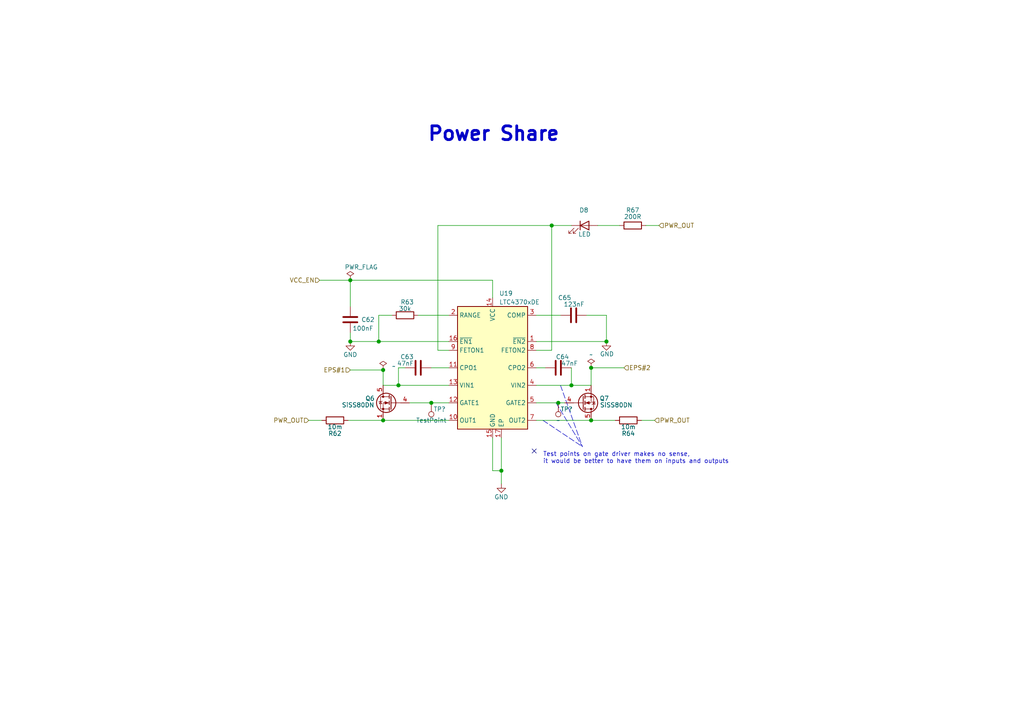
<source format=kicad_sch>
(kicad_sch (version 20211123) (generator eeschema)
  (paper "A4")
  (lib_symbols
    (symbol "Connector:TestPoint" (pin_numbers hide) (pin_names (offset 0.762) hide)
      (property "Reference" "TP" (at 0 6.858 0))
      (property "Value" "TestPoint" (at 0 5.08 0))
      (symbol "TestPoint_0_1"
        (circle (center 0 3.302) (radius 0.762))
      )
      (symbol "TestPoint_1_1"
        (pin passive line (at 0 0 90) (length 2.54) (name "1") (number "1"))
      )
    )
    (symbol "Device:C" (pin_numbers hide) (pin_names (offset 0.254))
      (property "Reference" "C" (at 0.635 2.54 0))
      (property "Value" "C" (at 0.635 -2.54 0))
      (symbol "C_0_1"
        (polyline (pts (xy -2.032 -0.762) (xy 2.032 -0.762)) (stroke (width 0.508)))
        (polyline (pts (xy -2.032 0.762) (xy 2.032 0.762)) (stroke (width 0.508)))
      )
      (symbol "C_1_1"
        (pin passive line (at 0 3.81 270) (length 2.794) (name "~") (number "1"))
        (pin passive line (at 0 -3.81 90) (length 2.794) (name "~") (number "2"))
      )
    )
    (symbol "Device:LED" (pin_numbers hide) (pin_names (offset 1.016) hide)
      (property "Reference" "D" (at 0 2.54 0))
      (property "Value" "LED" (at 0 -2.54 0))
      (symbol "LED_0_1"
        (polyline (pts (xy -1.27 -1.27) (xy -1.27 1.27)) (stroke (width 0.254)))
        (polyline (pts (xy -1.27 0) (xy 1.27 0)))
        (polyline (pts (xy 1.27 -1.27) (xy 1.27 1.27) (xy -1.27 0) (xy 1.27 -1.27)) (stroke (width 0.254)))
        (polyline (pts (xy -3.048 -0.762) (xy -4.572 -2.286) (xy -3.81 -2.286) (xy -4.572 -2.286) (xy -4.572 -1.524)))
        (polyline (pts (xy -1.778 -0.762) (xy -3.302 -2.286) (xy -2.54 -2.286) (xy -3.302 -2.286) (xy -3.302 -1.524)))
      )
      (symbol "LED_1_1"
        (pin passive line (at -3.81 0 0) (length 2.54) (name "K") (number "1"))
        (pin passive line (at 3.81 0 180) (length 2.54) (name "A") (number "2"))
      )
    )
    (symbol "Device:R" (pin_numbers hide) (pin_names (offset 0))
      (property "Reference" "R" (at 2.032 0 90))
      (property "Value" "R" (at 0 0 90))
      (symbol "R_0_1"
        (rectangle (start -1.016 -2.54) (end 1.016 2.54) (stroke (width 0.254)))
      )
      (symbol "R_1_1"
        (pin passive line (at 0 3.81 270) (length 1.27) (name "~") (number "1"))
        (pin passive line (at 0 -3.81 90) (length 1.27) (name "~") (number "2"))
      )
    )
    (symbol "Power_Management:LTC4370xDE"
      (property "Reference" "U" (at -8.89 19.05 0))
      (property "Value" "LTC4370xDE" (at 7.62 19.05 0))
      (symbol "LTC4370xDE_0_1"
        (rectangle (start -10.16 17.78) (end 10.16 -17.78) (stroke (width 0.254)) (fill (type background)))
      )
      (symbol "LTC4370xDE_1_1"
        (pin input line (at 12.7 7.62 180) (length 2.54) (name "~{EN2}") (number "1"))
        (pin input line (at -12.7 -15.24 0) (length 2.54) (name "OUT1") (number "10"))
        (pin passive line (at -12.7 0 0) (length 2.54) (name "CPO1") (number "11"))
        (pin output line (at -12.7 -10.16 0) (length 2.54) (name "GATE1") (number "12"))
        (pin power_in line (at -12.7 -5.08 0) (length 2.54) (name "VIN1") (number "13"))
        (pin power_in line (at 0 20.32 270) (length 2.54) (name "VCC") (number "14"))
        (pin power_in line (at 0 -20.32 90) (length 2.54) (name "GND") (number "15"))
        (pin input line (at -12.7 7.62 0) (length 2.54) (name "~{EN1}") (number "16"))
        (pin passive line (at 2.54 -20.32 90) (length 2.54) (name "EP") (number "17"))
        (pin passive line (at -12.7 15.24 0) (length 2.54) (name "RANGE") (number "2"))
        (pin passive line (at 12.7 15.24 180) (length 2.54) (name "COMP") (number "3"))
        (pin power_in line (at 12.7 -5.08 180) (length 2.54) (name "VIN2") (number "4"))
        (pin output line (at 12.7 -10.16 180) (length 2.54) (name "GATE2") (number "5"))
        (pin passive line (at 12.7 0 180) (length 2.54) (name "CPO2") (number "6"))
        (pin input line (at 12.7 -15.24 180) (length 2.54) (name "OUT2") (number "7"))
        (pin open_collector line (at 12.7 5.08 180) (length 2.54) (name "FETON2") (number "8"))
        (pin open_collector line (at -12.7 5.08 0) (length 2.54) (name "FETON1") (number "9"))
      )
    )
    (symbol "Transistor_FET:SiS454DN" (pin_names hide)
      (property "Reference" "Q" (at 5.08 1.905 0))
      (property "Value" "SiS454DN" (at 5.08 0 0))
      (symbol "SiS454DN_0_1"
        (polyline (pts (xy 0.254 0) (xy -2.54 0)))
        (polyline (pts (xy 0.254 1.905) (xy 0.254 -1.905)) (stroke (width 0.254)))
        (polyline (pts (xy 0.762 -1.27) (xy 0.762 -2.286)) (stroke (width 0.254)))
        (polyline (pts (xy 0.762 0.508) (xy 0.762 -0.508)) (stroke (width 0.254)))
        (polyline (pts (xy 0.762 2.286) (xy 0.762 1.27)) (stroke (width 0.254)))
        (polyline (pts (xy 2.54 2.54) (xy 2.54 1.778)))
        (polyline (pts (xy 2.54 -2.54) (xy 2.54 0) (xy 0.762 0)))
        (polyline (pts (xy 0.762 -1.778) (xy 3.302 -1.778) (xy 3.302 1.778) (xy 0.762 1.778)))
        (polyline (pts (xy 1.016 0) (xy 2.032 0.381) (xy 2.032 -0.381) (xy 1.016 0)) (fill (type outline)))
        (polyline (pts (xy 2.794 0.508) (xy 2.921 0.381) (xy 3.683 0.381) (xy 3.81 0.254)))
        (polyline (pts (xy 3.302 0.381) (xy 2.921 -0.254) (xy 3.683 -0.254) (xy 3.302 0.381)))
        (circle (center 1.651 0) (radius 2.794) (stroke (width 0.254)))
        (circle (center 2.54 -1.778) (radius 0.254) (fill (type outline)))
        (circle (center 2.54 1.778) (radius 0.254) (fill (type outline)))
      )
      (symbol "SiS454DN_1_1"
        (pin passive line (at 2.54 -5.08 90) (length 2.54) (name "S") (number "1"))
        (pin passive line (at 2.54 -5.08 90) (length 2.54) hide (name "S") (number "2"))
        (pin passive line (at 2.54 -5.08 90) (length 2.54) hide (name "S") (number "3"))
        (pin input line (at -5.08 0 0) (length 2.54) (name "G") (number "4"))
        (pin passive line (at 2.54 5.08 270) (length 2.54) (name "D") (number "5"))
      )
    )
    (symbol "power:GND" (power) (pin_names (offset 0))
      (property "Value" "GND" (at 0 -3.81 0))
      (symbol "GND_0_1"
        (polyline (pts (xy 0 0) (xy 0 -1.27) (xy 1.27 -1.27) (xy 0 -2.54) (xy -1.27 -1.27) (xy 0 -1.27)))
      )
      (symbol "GND_1_1"
        (pin power_in line (at 0 0 270) (length 0) hide (name "GND") (number "1"))
      )
    )
    (symbol "power:PWR_FLAG" (power) (pin_numbers hide) (pin_names (offset 0) hide)
      (property "Value" "PWR_FLAG" (at 0 3.81 0))
      (symbol "PWR_FLAG_0_0"
        (pin power_out line (at 0 0 90) (length 0) (name "pwr") (number "1"))
      )
      (symbol "PWR_FLAG_0_1"
        (polyline (pts (xy 0 0) (xy 0 1.27) (xy -1.016 1.905) (xy 0 2.54) (xy 1.016 1.905) (xy 0 1.27)))
      )
    )
  )
  (junction (at 101.6 99.06) (diameter 1.016))
  (junction (at 111.125 121.92) (diameter 1.016))
  (junction (at 115.57 111.76) (diameter 1.016))
  (junction (at 111.125 107.315) (diameter 1.016))
  (junction (at 109.855 99.06) (diameter 1.016))
  (junction (at 171.45 106.68) (diameter 1.016))
  (junction (at 101.6 81.28) (diameter 1.016))
  (junction (at 145.415 136.525) (diameter 1.016))
  (junction (at 125.095 116.84) (diameter 1.016))
  (junction (at 175.895 99.06) (diameter 1.016))
  (junction (at 161.925 116.84) (diameter 1.016))
  (junction (at 165.735 111.76) (diameter 1.016))
  (junction (at 160.02 65.405) (diameter 1.016))
  (junction (at 171.45 121.92) (diameter 1.016))
  (no_connect (at 154.94 130.81))
  (wire (pts (xy 101.6 96.52) (xy 101.6 99.06)))
  (wire (pts (xy 155.575 106.68) (xy 158.115 106.68)))
  (wire (pts (xy 165.735 106.68) (xy 165.735 111.76)))
  (wire (pts (xy 145.415 127) (xy 145.415 136.525)))
  (wire (pts (xy 145.415 136.525) (xy 145.415 140.335)))
  (wire (pts (xy 142.875 127) (xy 142.875 136.525)))
  (wire (pts (xy 115.57 106.68) (xy 115.57 111.76)))
  (wire (pts (xy 127 101.6) (xy 127 65.405)))
  (wire (pts (xy 130.175 101.6) (xy 127 101.6)))
  (wire (pts (xy 100.965 121.92) (xy 111.125 121.92)))
  (wire (pts (xy 111.125 121.92) (xy 130.175 121.92)))
  (wire (pts (xy 155.575 91.44) (xy 162.56 91.44)))
  (wire (pts (xy 173.355 65.405) (xy 179.705 65.405)))
  (wire (pts (xy 125.095 106.68) (xy 130.175 106.68)))
  (wire (pts (xy 101.6 81.28) (xy 142.875 81.28)))
  (wire (pts (xy 101.6 88.9) (xy 101.6 81.28)))
  (wire (pts (xy 186.055 121.92) (xy 189.865 121.92)))
  (wire (pts (xy 165.735 65.405) (xy 160.02 65.405)))
  (wire (pts (xy 121.285 91.44) (xy 130.175 91.44)))
  (polyline (pts (xy 162.56 111.76) (xy 168.91 129.54)))
  (wire (pts (xy 180.975 106.68) (xy 171.45 106.68)))
  (wire (pts (xy 101.6 99.06) (xy 109.855 99.06)))
  (wire (pts (xy 142.875 136.525) (xy 145.415 136.525)))
  (wire (pts (xy 109.855 91.44) (xy 109.855 99.06)))
  (wire (pts (xy 109.855 99.06) (xy 130.175 99.06)))
  (wire (pts (xy 113.665 91.44) (xy 109.855 91.44)))
  (wire (pts (xy 187.325 65.405) (xy 191.135 65.405)))
  (wire (pts (xy 111.125 107.315) (xy 111.125 111.76)))
  (wire (pts (xy 142.875 86.36) (xy 142.875 81.28)))
  (wire (pts (xy 155.575 99.06) (xy 175.895 99.06)))
  (wire (pts (xy 117.475 106.68) (xy 115.57 106.68)))
  (wire (pts (xy 118.745 116.84) (xy 125.095 116.84)))
  (wire (pts (xy 125.095 116.84) (xy 130.175 116.84)))
  (wire (pts (xy 170.18 91.44) (xy 175.895 91.44)))
  (wire (pts (xy 175.895 91.44) (xy 175.895 99.06)))
  (wire (pts (xy 101.6 107.315) (xy 111.125 107.315)))
  (wire (pts (xy 93.345 121.92) (xy 89.535 121.92)))
  (wire (pts (xy 111.125 111.76) (xy 115.57 111.76)))
  (wire (pts (xy 115.57 111.76) (xy 130.175 111.76)))
  (wire (pts (xy 155.575 101.6) (xy 160.02 101.6)))
  (wire (pts (xy 160.02 65.405) (xy 127 65.405)))
  (wire (pts (xy 160.02 101.6) (xy 160.02 65.405)))
  (wire (pts (xy 155.575 111.76) (xy 165.735 111.76)))
  (wire (pts (xy 165.735 111.76) (xy 171.45 111.76)))
  (wire (pts (xy 92.71 81.28) (xy 101.6 81.28)))
  (polyline (pts (xy 157.48 121.92) (xy 168.91 129.54)))
  (wire (pts (xy 171.45 106.68) (xy 171.45 111.76)))
  (wire (pts (xy 155.575 116.84) (xy 161.925 116.84)))
  (wire (pts (xy 161.925 116.84) (xy 163.83 116.84)))
  (polyline (pts (xy 161.29 116.84) (xy 168.91 129.54)))
  (wire (pts (xy 155.575 121.92) (xy 171.45 121.92)))
  (wire (pts (xy 171.45 121.92) (xy 178.435 121.92)))
  (text "Test points on gate driver makes no sense,\nit would be better to have them on inputs and outputs" (at 157.48 134.62 0) (effects (font (size 1.27 1.27)) (justify left bottom)))
  (text "Power Share" (at 123.825 41.275 0) (effects (font (size 4 4) (thickness 0.8) bold) (justify left bottom)))
  (hierarchical_label "VCC_EN" (shape input) (at 92.71 81.28 180))
  (hierarchical_label "PWR_OUT" (shape input) (at 89.535 121.92 180))
  (hierarchical_label "PWR_OUT" (shape input) (at 189.865 121.92 0))
  (hierarchical_label "PWR_OUT" (shape input) (at 191.135 65.405 0))
  (hierarchical_label "EPS#2" (shape input) (at 180.975 106.68 0))
  (hierarchical_label "EPS#1" (shape input) (at 101.6 107.315 180))
  (symbol (lib_id "Transistor_FET:SiS454DN") (at 113.665 116.84 0) (mirror y)
    (property "Reference" "Q6" (at 107.315 115.57 0))
    (property "Value" "SiSS80DN" (at 108.585 117.475 0) (effects (justify left)))
    (property "Footprint" "Package_SO:Vishay_PowerPAK_1212-8_Single" (effects hide))
    (property "Datasheet" "https://www.vishay.com/docs/66707/sis454dn.pdf" (effects hide))
  )
  (symbol (lib_id "Transistor_FET:SiS454DN") (at 168.91 116.84 0) (mirror x)
    (property "Reference" "Q7" (at 175.26 115.57 0))
    (property "Value" "SiSS80DN" (at 173.99 117.475 0) (effects (justify left)))
    (property "Footprint" "Package_SO:Vishay_PowerPAK_1212-8_Single" (effects hide))
    (property "Datasheet" "https://www.vishay.com/docs/66707/sis454dn.pdf" (effects hide))
  )
  (symbol (lib_id "Device:R") (at 117.475 91.44 90)
    (property "Reference" "R63" (at 118.11 87.63 90))
    (property "Value" "30k" (at 117.475 89.535 90))
    (property "Footprint" "Resistor_SMD:R_0603_1608Metric" (effects hide))
  )
  (symbol (lib_id "Device:C") (at 166.37 91.44 90)
    (property "Reference" "C65" (at 165.7349 86.36 90) (effects (justify left)))
    (property "Value" "123nF" (at 169.545 88.265 90) (effects (justify left)))
    (property "Footprint" "Capacitor_SMD:C_0603_1608Metric" (effects hide))
  )
  (symbol (lib_id "Device:C") (at 101.6 92.71 0)
    (property "Reference" "C62" (at 104.775 92.7099 0) (effects (justify left)))
    (property "Value" "100nF" (at 102.235 95.25 0) (effects (justify left)))
    (property "Footprint" "Capacitor_SMD:C_0603_1608Metric" (effects hide))
  )
  (symbol (lib_id "Device:R") (at 183.515 65.405 90)
    (property "Reference" "R67" (at 183.515 60.96 90))
    (property "Value" "200R" (at 183.515 62.865 90))
    (property "Footprint" "Inductor_SMD:L_0603_1608Metric" (effects hide))
  )
  (symbol (lib_id "Connector:TestPoint") (at 161.925 116.84 180)
    (property "Reference" "TP?" (at 162.56 118.6814 0) (effects (justify right)))
    (property "Value" "~" (at 161.925 121.92 0))
  )
  (symbol (lib_id "Connector:TestPoint") (at 125.095 116.84 180)
    (property "Reference" "TP?" (at 125.73 118.6814 0) (effects (justify right)))
    (property "Value" "TestPoint" (at 125.095 121.92 0))
  )
  (symbol (lib_id "power:GND") (at 101.6 99.06 0)
    (property "Reference" "#PWR0196" (effects hide))
    (property "Value" "GND" (at 101.6 102.87 0))
  )
  (symbol (lib_id "power:PWR_FLAG") (at 101.6 81.28 0)
    (property "Reference" "#FLG0111" (effects hide))
    (property "Value" "PWR_FLAG" (at 104.775 77.47 0))
  )
  (symbol (lib_id "Device:R") (at 97.155 121.92 90)
    (property "Reference" "R62" (at 97.155 125.73 90))
    (property "Value" "10m" (at 97.155 123.825 90))
    (property "Footprint" "Resistor_SMD:R_0603_1608Metric" (effects hide))
  )
  (symbol (lib_id "Device:C") (at 161.925 106.68 90)
    (property "Reference" "C64" (at 165.0999 103.505 90) (effects (justify left)))
    (property "Value" "47nF" (at 167.64 105.41 90) (effects (justify left)))
    (property "Footprint" "Capacitor_SMD:C_0603_1608Metric" (effects hide))
  )
  (symbol (lib_id "power:GND") (at 175.895 99.06 0)
    (property "Reference" "#PWR0198" (effects hide))
    (property "Value" "GND" (at 173.99 102.6794 0) (effects (justify left)))
  )
  (symbol (lib_id "power:PWR_FLAG") (at 111.125 107.315 0)
    (property "Reference" "#FLG0110" (effects hide))
    (property "Value" "~" (at 113.665 106.2354 0) (effects (justify left)))
  )
  (symbol (lib_id "Device:R") (at 182.245 121.92 270)
    (property "Reference" "R64" (at 182.245 125.73 90))
    (property "Value" "10m" (at 182.245 123.825 90))
    (property "Footprint" "Resistor_SMD:R_0603_1608Metric" (effects hide))
  )
  (symbol (lib_id "power:PWR_FLAG") (at 171.45 106.68 0)
    (property "Reference" "#FLG0112" (effects hide))
    (property "Value" "~" (at 171.45 102.87 0))
  )
  (symbol (lib_id "Device:LED") (at 169.545 65.405 0)
    (property "Reference" "D8" (at 169.3545 60.96 0))
    (property "Value" "LED" (at 169.545 67.945 0))
    (property "Footprint" "LED_SMD:LED_0603_1608Metric" (effects hide))
  )
  (symbol (lib_id "Power_Management:LTC4370xDE") (at 142.875 106.68 0)
    (property "Reference" "U19" (at 144.7799 85.09 0) (effects (justify left)))
    (property "Value" "LTC4370xDE" (at 144.7799 87.63 0) (effects (justify left)))
    (property "Footprint" "Package_DFN_QFN:DFN-16-1EP_3x4mm_P0.45mm_EP1.7x3.3mm" (effects hide))
    (property "Datasheet" "https://www.analog.com/media/en/technical-documentation/data-sheets/4370f.pdf" (effects hide))
  )
  (symbol (lib_id "power:GND") (at 145.415 140.335 0)
    (property "Reference" "#PWR0197" (effects hide))
    (property "Value" "GND" (at 145.415 144.145 0))
  )
  (symbol (lib_id "Device:C") (at 121.285 106.68 90)
    (property "Reference" "C63" (at 120.0149 103.505 90) (effects (justify left)))
    (property "Value" "47nF" (at 120.015 105.41 90) (effects (justify left)))
    (property "Footprint" "Capacitor_SMD:C_0603_1608Metric" (effects hide))
  )
)
</source>
